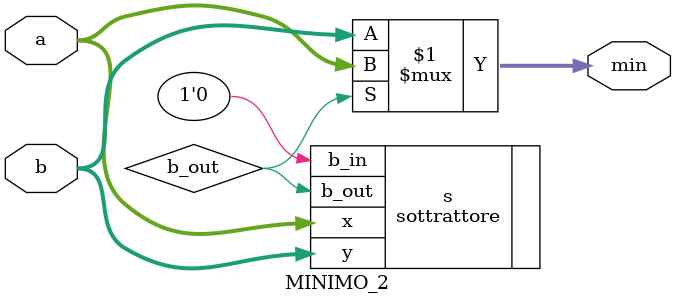
<source format=v>
module ABC(
    x1, x2, x3, eoc1, eoc2, eoc3, rfd,
    min, soc, dav_,
    clock, reset_
);
    input [7:0] x1, x2, x3;
    input eoc1, eoc2, eoc3, rfd;
    output [7:0] min;
    output soc, dav_;

    input clock, reset_;

    wire b4, b3, b2, b1, b0;
    wire c2, c1, c0;

    ABC_PC pc(
        clock, reset_,
        b4, b3, b2, b1, b0,
        c2, c1, c0
    );

    ABC_PO po(
        x1, x2, x3, eoc1, eoc2, eoc3, rfd,
        min, soc, dav_,
        clock, reset_,
        b4, b3, b2, b1, b0,
        c2, c1, c0
    );

endmodule

module ABC_PO(
    x1, x2, x3, eoc1, eoc2, eoc3, rfd,
    min, soc, dav_,
    clock, reset_,
    b4, b3, b2, b1, b0,
    c2, c1, c0
);
    input [7:0] x1, x2, x3;
    input eoc1, eoc2, eoc3, rfd;
    output [7:0] min;
    output soc, dav_;

    input clock, reset_;

    reg [7:0] MIN;
    assign min = MIN;
    reg SOC, DAV_;
    assign soc = SOC;
    assign dav_ = DAV_; 

    input b4, b3, b2, b1, b0;
    output c2, c1, c0;

    assign c0 = ~eoc1 & ~eoc2 & ~eoc3; // {eoc1, eoc2, eoc3}==3'b000;
    assign c1 = eoc1 & eoc2 & eoc3; // {eoc1, eoc2, eoc3}==3'b111;
    assign c2 = rfd;

    wire [7:0] minimo_3;
    MINIMO_3 m(
        .a(x1), .b(x2), .c(x3),
        .min(minimo_3)
    );

    always @(reset_ == 0) #1 SOC <= 0;
    always @(posedge clock) if(reset_ == 1) #3 begin
        casex({b1, b0})
            2'b00: SOC <= 1;
            2'b01: SOC <= 0;
            2'b1?: SOC <= SOC;
        endcase
    end

    always @(reset_ == 0) #1 DAV_ <= 1;
    always @(posedge clock) if(reset_ == 1) #3 begin
        casex({b3, b2})
            2'b00: DAV_ <= DAV_;
            2'b01: DAV_ <= 0;
            2'b1?: DAV_ <= 1;
        endcase
    end

    always @(posedge clock) if(reset_ == 1) #3 begin
        casex(b4)
            1'b0: MIN <= MIN;
            1'b1: MIN <= minimo_3;                
        endcase
    end
endmodule

module ABC_PC(
    clock, reset_,
    b4, b3, b2, b1, b0,
    c2, c1, c0
);
    input clock, reset_;

    output b4, b3, b2, b1, b0;
    input c2, c1, c0;

    assign {b4, b3, b2, b1, b0} = 
        (STAR == S0) ? 5'b00000 :
        (STAR == S1) ? 5'b10001 :
        (STAR == S2) ? 5'b0011X :
        (STAR == S3) ? 5'b01X1X :
        /*default*/    5'bXXXXX;

    reg [1:0] STAR;
    localparam 
        S0 = 0,
        S1 = 1,
        S2 = 2,
        S3 = 3;

    always @(reset_ == 0) #1 STAR <= S0;
    always @(posedge clock) if(reset_ == 1) #3 begin
        casex(STAR)
            S0: STAR <= c0 ? S1 : S0;
            S1: STAR <= c1 ? S2 : S1;
            S2: STAR <= c2 ? S2 : S3;
            S3: STAR <= c2 ? S0 : S3;
        endcase
    end

    /*
        S0 = 00, S1 = 01, S2 = 10, S3 = 11;
        c0 = 00, c1 = 01, c2 = 1?

        M-addr  b4, b3, b2, b1, b0  ceff    M-addrT M-addrF
        00      00000               00      01      00
        01      10001               01      10      01
        10      0011X               1X      10      11
        11      01X1X               1X      00      11
    */

endmodule

module MINIMO_3(
    a, b, c,
    min
);
    input [7:0] a, b, c;
    output [7:0] min;

    wire [7:0] min_ab;
    MINIMO_2 m1(
        .a(a), .b(b),
        .min(min_ab)
    );

    wire [7:0] min_abc;
    MINIMO_2 m2(
        .a(min_ab), .b(c),
        .min(min_abc)
    );

    assign min = min_abc;

endmodule

module MINIMO_2(
    a, b,
    min
);
    input [7:0] a, b;
    output [7:0] min;

    wire b_out;
    sottrattore #( .N(8) ) s(
        .x(a), .y(b), .b_in(1'b0),
        .b_out(b_out)
    );

    assign min = b_out ? a : b;

endmodule
</source>
